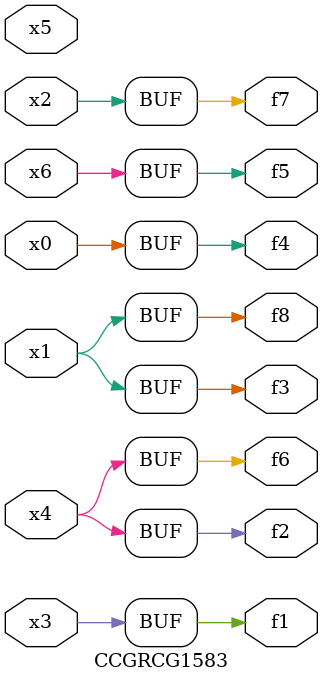
<source format=v>
module CCGRCG1583(
	input x0, x1, x2, x3, x4, x5, x6,
	output f1, f2, f3, f4, f5, f6, f7, f8
);
	assign f1 = x3;
	assign f2 = x4;
	assign f3 = x1;
	assign f4 = x0;
	assign f5 = x6;
	assign f6 = x4;
	assign f7 = x2;
	assign f8 = x1;
endmodule

</source>
